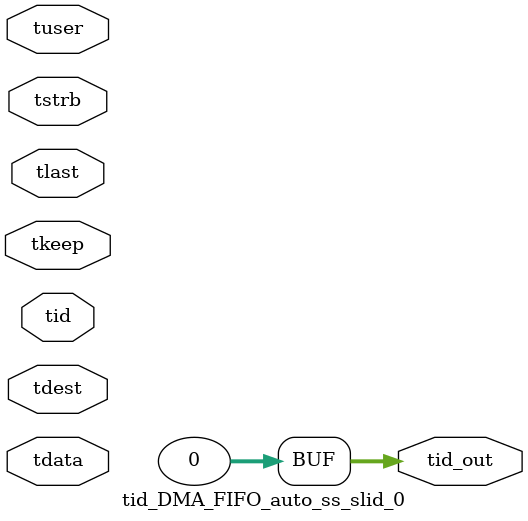
<source format=v>


`timescale 1ps/1ps

module tid_DMA_FIFO_auto_ss_slid_0 #
(
parameter C_S_AXIS_TID_WIDTH   = 1,
parameter C_S_AXIS_TUSER_WIDTH = 0,
parameter C_S_AXIS_TDATA_WIDTH = 0,
parameter C_S_AXIS_TDEST_WIDTH = 0,
parameter C_M_AXIS_TID_WIDTH   = 32
)
(
input  [(C_S_AXIS_TID_WIDTH   == 0 ? 1 : C_S_AXIS_TID_WIDTH)-1:0       ] tid,
input  [(C_S_AXIS_TDATA_WIDTH == 0 ? 1 : C_S_AXIS_TDATA_WIDTH)-1:0     ] tdata,
input  [(C_S_AXIS_TUSER_WIDTH == 0 ? 1 : C_S_AXIS_TUSER_WIDTH)-1:0     ] tuser,
input  [(C_S_AXIS_TDEST_WIDTH == 0 ? 1 : C_S_AXIS_TDEST_WIDTH)-1:0     ] tdest,
input  [(C_S_AXIS_TDATA_WIDTH/8)-1:0 ] tkeep,
input  [(C_S_AXIS_TDATA_WIDTH/8)-1:0 ] tstrb,
input                                                                    tlast,
output [(C_M_AXIS_TID_WIDTH   == 0 ? 1 : C_M_AXIS_TID_WIDTH)-1:0       ] tid_out
);

assign tid_out = {1'b0};

endmodule


</source>
